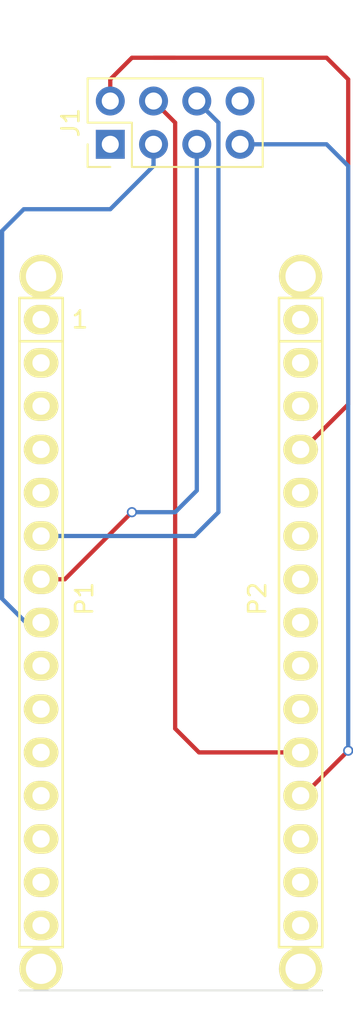
<source format=kicad_pcb>
(kicad_pcb (version 20171130) (host pcbnew 6.0.0-rc1-unknown-80b25aa~66~ubuntu16.04.1)

  (general
    (thickness 1.6)
    (drawings 17)
    (tracks 41)
    (zones 0)
    (modules 7)
    (nets 34)
  )

  (page A4)
  (title_block
    (date "jeu. 02 avril 2015")
  )

  (layers
    (0 F.Cu signal)
    (31 B.Cu signal)
    (32 B.Adhes user hide)
    (33 F.Adhes user)
    (34 B.Paste user hide)
    (35 F.Paste user)
    (36 B.SilkS user hide)
    (37 F.SilkS user)
    (38 B.Mask user hide)
    (39 F.Mask user)
    (40 Dwgs.User user)
    (41 Cmts.User user hide)
    (42 Eco1.User user hide)
    (43 Eco2.User user hide)
    (44 Edge.Cuts user)
    (45 Margin user hide)
    (46 B.CrtYd user)
    (47 F.CrtYd user)
    (48 B.Fab user)
    (49 F.Fab user)
  )

  (setup
    (last_trace_width 0.25)
    (trace_clearance 0.2)
    (zone_clearance 0.508)
    (zone_45_only no)
    (trace_min 0.2)
    (via_size 0.6)
    (via_drill 0.4)
    (via_min_size 0.4)
    (via_min_drill 0.3)
    (uvia_size 0.3)
    (uvia_drill 0.1)
    (uvias_allowed no)
    (uvia_min_size 0.2)
    (uvia_min_drill 0.1)
    (edge_width 0.1)
    (segment_width 0.15)
    (pcb_text_width 0.3)
    (pcb_text_size 1.5 1.5)
    (mod_edge_width 0.15)
    (mod_text_size 1 1)
    (mod_text_width 0.15)
    (pad_size 1.5 1.5)
    (pad_drill 0.6)
    (pad_to_mask_clearance 0)
    (aux_axis_origin 138.176 110.617)
    (visible_elements FFFFFF7F)
    (pcbplotparams
      (layerselection 0x00030_80000001)
      (usegerberextensions false)
      (usegerberattributes false)
      (usegerberadvancedattributes false)
      (creategerberjobfile false)
      (excludeedgelayer true)
      (linewidth 0.100000)
      (plotframeref false)
      (viasonmask false)
      (mode 1)
      (useauxorigin false)
      (hpglpennumber 1)
      (hpglpenspeed 20)
      (hpglpendiameter 15.000000)
      (psnegative false)
      (psa4output false)
      (plotreference true)
      (plotvalue true)
      (plotinvisibletext false)
      (padsonsilk false)
      (subtractmaskfromsilk false)
      (outputformat 1)
      (mirror false)
      (drillshape 1)
      (scaleselection 1)
      (outputdirectory ""))
  )

  (net 0 "")
  (net 1 "/1(Tx)")
  (net 2 "/0(Rx)")
  (net 3 /Reset)
  (net 4 GND)
  (net 5 /2)
  (net 6 "/3(**)")
  (net 7 /4)
  (net 8 "/5(**)")
  (net 9 "/6(**)")
  (net 10 /7)
  (net 11 /8)
  (net 12 "/9(**)")
  (net 13 "/10(**/SS)")
  (net 14 /Vin)
  (net 15 +5V)
  (net 16 /A7)
  (net 17 /A6)
  (net 18 /A5)
  (net 19 /A4)
  (net 20 /A3)
  (net 21 /A2)
  (net 22 /A1)
  (net 23 /A0)
  (net 24 /AREF)
  (net 25 "/13(SCK)")
  (net 26 "Net-(P3-Pad1)")
  (net 27 "Net-(P4-Pad1)")
  (net 28 "Net-(P5-Pad1)")
  (net 29 "Net-(P6-Pad1)")
  (net 30 +3V3)
  (net 31 "/11(**/MOSI)")
  (net 32 "/12(MISO)")
  (net 33 "Net-(J1-Pad8)")

  (net_class Default "This is the default net class."
    (clearance 0.2)
    (trace_width 0.25)
    (via_dia 0.6)
    (via_drill 0.4)
    (uvia_dia 0.3)
    (uvia_drill 0.1)
    (add_net +3V3)
    (add_net +5V)
    (add_net "/0(Rx)")
    (add_net "/1(Tx)")
    (add_net "/10(**/SS)")
    (add_net "/11(**/MOSI)")
    (add_net "/12(MISO)")
    (add_net "/13(SCK)")
    (add_net /2)
    (add_net "/3(**)")
    (add_net /4)
    (add_net "/5(**)")
    (add_net "/6(**)")
    (add_net /7)
    (add_net /8)
    (add_net "/9(**)")
    (add_net /A0)
    (add_net /A1)
    (add_net /A2)
    (add_net /A3)
    (add_net /A4)
    (add_net /A5)
    (add_net /A6)
    (add_net /A7)
    (add_net /AREF)
    (add_net /Reset)
    (add_net /Vin)
    (add_net GND)
    (add_net "Net-(J1-Pad8)")
    (add_net "Net-(P3-Pad1)")
    (add_net "Net-(P4-Pad1)")
    (add_net "Net-(P5-Pad1)")
    (add_net "Net-(P6-Pad1)")
  )

  (module Connector_PinHeader_2.54mm:PinHeader_2x04_P2.54mm_Vertical (layer F.Cu) (tedit 5BA003B1) (tstamp 5BA04BEE)
    (at 143.51 60.96 90)
    (descr "Through hole straight pin header, 2x04, 2.54mm pitch, double rows")
    (tags "Through hole pin header THT 2x04 2.54mm double row")
    (path /5BA0BFE8)
    (fp_text reference J1 (at 1.27 -2.33 90) (layer F.SilkS)
      (effects (font (size 1 1) (thickness 0.15)))
    )
    (fp_text value Conn_02x04_Odd_Even (at 7.62 5.08 180) (layer F.Fab)
      (effects (font (size 1 1) (thickness 0.15)))
    )
    (fp_text user %R (at 1.27 3.81 180) (layer F.Fab)
      (effects (font (size 1 1) (thickness 0.15)))
    )
    (fp_line (start 4.35 -1.8) (end -1.8 -1.8) (layer F.CrtYd) (width 0.05))
    (fp_line (start 4.35 9.4) (end 4.35 -1.8) (layer F.CrtYd) (width 0.05))
    (fp_line (start -1.8 9.4) (end 4.35 9.4) (layer F.CrtYd) (width 0.05))
    (fp_line (start -1.8 -1.8) (end -1.8 9.4) (layer F.CrtYd) (width 0.05))
    (fp_line (start -1.33 -1.33) (end 0 -1.33) (layer F.SilkS) (width 0.12))
    (fp_line (start -1.33 0) (end -1.33 -1.33) (layer F.SilkS) (width 0.12))
    (fp_line (start 1.27 -1.33) (end 3.87 -1.33) (layer F.SilkS) (width 0.12))
    (fp_line (start 1.27 1.27) (end 1.27 -1.33) (layer F.SilkS) (width 0.12))
    (fp_line (start -1.33 1.27) (end 1.27 1.27) (layer F.SilkS) (width 0.12))
    (fp_line (start 3.87 -1.33) (end 3.87 8.95) (layer F.SilkS) (width 0.12))
    (fp_line (start -1.33 1.27) (end -1.33 8.95) (layer F.SilkS) (width 0.12))
    (fp_line (start -1.33 8.95) (end 3.87 8.95) (layer F.SilkS) (width 0.12))
    (fp_line (start -1.27 0) (end 0 -1.27) (layer F.Fab) (width 0.1))
    (fp_line (start -1.27 8.89) (end -1.27 0) (layer F.Fab) (width 0.1))
    (fp_line (start 3.81 8.89) (end -1.27 8.89) (layer F.Fab) (width 0.1))
    (fp_line (start 3.81 -1.27) (end 3.81 8.89) (layer F.Fab) (width 0.1))
    (fp_line (start 0 -1.27) (end 3.81 -1.27) (layer F.Fab) (width 0.1))
    (pad 8 thru_hole oval (at 2.54 7.62 90) (size 1.7 1.7) (drill 1) (layers *.Cu *.Mask)
      (net 33 "Net-(J1-Pad8)"))
    (pad 7 thru_hole oval (at 0 7.62 90) (size 1.7 1.7) (drill 1) (layers *.Cu *.Mask)
      (net 23 /A0))
    (pad 6 thru_hole oval (at 2.54 5.08 90) (size 1.7 1.7) (drill 1) (layers *.Cu *.Mask)
      (net 6 "/3(**)"))
    (pad 5 thru_hole oval (at 0 5.08 90) (size 1.7 1.7) (drill 1) (layers *.Cu *.Mask)
      (net 7 /4))
    (pad 4 thru_hole oval (at 2.54 2.54 90) (size 1.7 1.7) (drill 1) (layers *.Cu *.Mask)
      (net 22 /A1))
    (pad 3 thru_hole oval (at 0 2.54 90) (size 1.7 1.7) (drill 1) (layers *.Cu *.Mask)
      (net 8 "/5(**)"))
    (pad 2 thru_hole oval (at 2.54 0 90) (size 1.7 1.7) (drill 1) (layers *.Cu *.Mask)
      (net 15 +5V))
    (pad 1 thru_hole rect (at 0 0 90) (size 1.7 1.7) (drill 1) (layers *.Cu *.Mask)
      (net 4 GND))
    (model ${KISYS3DMOD}/Connector_PinHeader_2.54mm.3dshapes/PinHeader_2x04_P2.54mm_Vertical.wrl
      (at (xyz 0 0 0))
      (scale (xyz 1 1 1))
      (rotate (xyz 0 0 0))
    )
  )

  (module Socket_Arduino_Nano:Socket_Strip_Arduino_1x15 locked (layer F.Cu) (tedit 552169C6) (tstamp 551FC9D0)
    (at 139.446 71.247 270)
    (descr "Through hole socket strip")
    (tags "socket strip")
    (path /56D73FAC)
    (fp_text reference P1 (at 16.383 -2.54 270) (layer F.SilkS)
      (effects (font (size 1 1) (thickness 0.15)))
    )
    (fp_text value Digital (at 20.193 -2.54 270) (layer F.Fab)
      (effects (font (size 1 1) (thickness 0.15)))
    )
    (fp_line (start 1.27 -1.27) (end -1.27 -1.27) (layer F.SilkS) (width 0.15))
    (fp_line (start -1.27 -1.27) (end -1.27 1.27) (layer F.SilkS) (width 0.15))
    (fp_line (start -1.27 1.27) (end 1.27 1.27) (layer F.SilkS) (width 0.15))
    (fp_line (start -1.75 -1.75) (end -1.75 1.75) (layer F.CrtYd) (width 0.05))
    (fp_line (start 37.35 -1.75) (end 37.35 1.75) (layer F.CrtYd) (width 0.05))
    (fp_line (start -1.75 -1.75) (end 37.35 -1.75) (layer F.CrtYd) (width 0.05))
    (fp_line (start -1.75 1.75) (end 37.35 1.75) (layer F.CrtYd) (width 0.05))
    (fp_line (start 1.27 -1.27) (end 36.83 -1.27) (layer F.SilkS) (width 0.15))
    (fp_line (start 36.83 -1.27) (end 36.83 1.27) (layer F.SilkS) (width 0.15))
    (fp_line (start 36.83 1.27) (end 1.27 1.27) (layer F.SilkS) (width 0.15))
    (fp_line (start 1.27 1.27) (end 1.27 -1.27) (layer F.SilkS) (width 0.15))
    (pad 1 thru_hole oval (at 0 0 270) (size 1.7272 2.032) (drill 1.016) (layers *.Cu *.Mask F.SilkS)
      (net 1 "/1(Tx)"))
    (pad 2 thru_hole oval (at 2.54 0 270) (size 1.7272 2.032) (drill 1.016) (layers *.Cu *.Mask F.SilkS)
      (net 2 "/0(Rx)"))
    (pad 3 thru_hole oval (at 5.08 0 270) (size 1.7272 2.032) (drill 1.016) (layers *.Cu *.Mask F.SilkS)
      (net 3 /Reset))
    (pad 4 thru_hole oval (at 7.62 0 270) (size 1.7272 2.032) (drill 1.016) (layers *.Cu *.Mask F.SilkS)
      (net 4 GND))
    (pad 5 thru_hole oval (at 10.16 0 270) (size 1.7272 2.032) (drill 1.016) (layers *.Cu *.Mask F.SilkS)
      (net 5 /2))
    (pad 6 thru_hole oval (at 12.7 0 270) (size 1.7272 2.032) (drill 1.016) (layers *.Cu *.Mask F.SilkS)
      (net 6 "/3(**)"))
    (pad 7 thru_hole oval (at 15.24 0 270) (size 1.7272 2.032) (drill 1.016) (layers *.Cu *.Mask F.SilkS)
      (net 7 /4))
    (pad 8 thru_hole oval (at 17.78 0 270) (size 1.7272 2.032) (drill 1.016) (layers *.Cu *.Mask F.SilkS)
      (net 8 "/5(**)"))
    (pad 9 thru_hole oval (at 20.32 0 270) (size 1.7272 2.032) (drill 1.016) (layers *.Cu *.Mask F.SilkS)
      (net 9 "/6(**)"))
    (pad 10 thru_hole oval (at 22.86 0 270) (size 1.7272 2.032) (drill 1.016) (layers *.Cu *.Mask F.SilkS)
      (net 10 /7))
    (pad 11 thru_hole oval (at 25.4 0 270) (size 1.7272 2.032) (drill 1.016) (layers *.Cu *.Mask F.SilkS)
      (net 11 /8))
    (pad 12 thru_hole oval (at 27.94 0 270) (size 1.7272 2.032) (drill 1.016) (layers *.Cu *.Mask F.SilkS)
      (net 12 "/9(**)"))
    (pad 13 thru_hole oval (at 30.48 0 270) (size 1.7272 2.032) (drill 1.016) (layers *.Cu *.Mask F.SilkS)
      (net 13 "/10(**/SS)"))
    (pad 14 thru_hole oval (at 33.02 0 270) (size 1.7272 2.032) (drill 1.016) (layers *.Cu *.Mask F.SilkS)
      (net 31 "/11(**/MOSI)"))
    (pad 15 thru_hole oval (at 35.56 0 270) (size 1.7272 2.032) (drill 1.016) (layers *.Cu *.Mask F.SilkS)
      (net 32 "/12(MISO)"))
    (model ${KIPRJMOD}/Socket_Arduino_Nano.3dshapes/Socket_header_Arduino_1x15.wrl
      (offset (xyz 17.77999973297119 0 0))
      (scale (xyz 1 1 1))
      (rotate (xyz 0 0 180))
    )
  )

  (module Socket_Arduino_Nano:Socket_Strip_Arduino_1x15 locked (layer F.Cu) (tedit 552169D3) (tstamp 551FC9EE)
    (at 154.686 71.247 270)
    (descr "Through hole socket strip")
    (tags "socket strip")
    (path /56D740C7)
    (fp_text reference P2 (at 16.383 2.54 270) (layer F.SilkS)
      (effects (font (size 1 1) (thickness 0.15)))
    )
    (fp_text value Analog (at 20.193 2.54 270) (layer F.Fab)
      (effects (font (size 1 1) (thickness 0.15)))
    )
    (fp_line (start 1.27 -1.27) (end -1.27 -1.27) (layer F.SilkS) (width 0.15))
    (fp_line (start -1.27 -1.27) (end -1.27 1.27) (layer F.SilkS) (width 0.15))
    (fp_line (start -1.27 1.27) (end 1.27 1.27) (layer F.SilkS) (width 0.15))
    (fp_line (start -1.75 -1.75) (end -1.75 1.75) (layer F.CrtYd) (width 0.05))
    (fp_line (start 37.35 -1.75) (end 37.35 1.75) (layer F.CrtYd) (width 0.05))
    (fp_line (start -1.75 -1.75) (end 37.35 -1.75) (layer F.CrtYd) (width 0.05))
    (fp_line (start -1.75 1.75) (end 37.35 1.75) (layer F.CrtYd) (width 0.05))
    (fp_line (start 1.27 -1.27) (end 36.83 -1.27) (layer F.SilkS) (width 0.15))
    (fp_line (start 36.83 -1.27) (end 36.83 1.27) (layer F.SilkS) (width 0.15))
    (fp_line (start 36.83 1.27) (end 1.27 1.27) (layer F.SilkS) (width 0.15))
    (fp_line (start 1.27 1.27) (end 1.27 -1.27) (layer F.SilkS) (width 0.15))
    (pad 1 thru_hole oval (at 0 0 270) (size 1.7272 2.032) (drill 1.016) (layers *.Cu *.Mask F.SilkS)
      (net 14 /Vin))
    (pad 2 thru_hole oval (at 2.54 0 270) (size 1.7272 2.032) (drill 1.016) (layers *.Cu *.Mask F.SilkS)
      (net 4 GND))
    (pad 3 thru_hole oval (at 5.08 0 270) (size 1.7272 2.032) (drill 1.016) (layers *.Cu *.Mask F.SilkS)
      (net 3 /Reset))
    (pad 4 thru_hole oval (at 7.62 0 270) (size 1.7272 2.032) (drill 1.016) (layers *.Cu *.Mask F.SilkS)
      (net 15 +5V))
    (pad 5 thru_hole oval (at 10.16 0 270) (size 1.7272 2.032) (drill 1.016) (layers *.Cu *.Mask F.SilkS)
      (net 16 /A7))
    (pad 6 thru_hole oval (at 12.7 0 270) (size 1.7272 2.032) (drill 1.016) (layers *.Cu *.Mask F.SilkS)
      (net 17 /A6))
    (pad 7 thru_hole oval (at 15.24 0 270) (size 1.7272 2.032) (drill 1.016) (layers *.Cu *.Mask F.SilkS)
      (net 18 /A5))
    (pad 8 thru_hole oval (at 17.78 0 270) (size 1.7272 2.032) (drill 1.016) (layers *.Cu *.Mask F.SilkS)
      (net 19 /A4))
    (pad 9 thru_hole oval (at 20.32 0 270) (size 1.7272 2.032) (drill 1.016) (layers *.Cu *.Mask F.SilkS)
      (net 20 /A3))
    (pad 10 thru_hole oval (at 22.86 0 270) (size 1.7272 2.032) (drill 1.016) (layers *.Cu *.Mask F.SilkS)
      (net 21 /A2))
    (pad 11 thru_hole oval (at 25.4 0 270) (size 1.7272 2.032) (drill 1.016) (layers *.Cu *.Mask F.SilkS)
      (net 22 /A1))
    (pad 12 thru_hole oval (at 27.94 0 270) (size 1.7272 2.032) (drill 1.016) (layers *.Cu *.Mask F.SilkS)
      (net 23 /A0))
    (pad 13 thru_hole oval (at 30.48 0 270) (size 1.7272 2.032) (drill 1.016) (layers *.Cu *.Mask F.SilkS)
      (net 24 /AREF))
    (pad 14 thru_hole oval (at 33.02 0 270) (size 1.7272 2.032) (drill 1.016) (layers *.Cu *.Mask F.SilkS)
      (net 30 +3V3))
    (pad 15 thru_hole oval (at 35.56 0 270) (size 1.7272 2.032) (drill 1.016) (layers *.Cu *.Mask F.SilkS)
      (net 25 "/13(SCK)"))
    (model ${KIPRJMOD}/Socket_Arduino_Nano.3dshapes/Socket_header_Arduino_1x15.wrl
      (offset (xyz 17.77999973297119 0 0))
      (scale (xyz 1 1 1))
      (rotate (xyz 0 0 180))
    )
  )

  (module Socket_Arduino_Nano:1pin_Nano locked (layer F.Cu) (tedit 5521156E) (tstamp 55211553)
    (at 139.446 68.707)
    (descr "module 1 pin (ou trou mecanique de percage)")
    (tags DEV)
    (path /56D73ADD)
    (fp_text reference P3 (at 0 -2.032) (layer F.SilkS) hide
      (effects (font (size 1 1) (thickness 0.15)))
    )
    (fp_text value CONN_01X01 (at 0 2.032) (layer F.Fab) hide
      (effects (font (size 1 1) (thickness 0.15)))
    )
    (pad 1 thru_hole circle (at 0 0) (size 2.54 2.54) (drill 1.778) (layers *.Cu *.Mask F.SilkS)
      (net 26 "Net-(P3-Pad1)"))
  )

  (module Socket_Arduino_Nano:1pin_Nano locked (layer F.Cu) (tedit 55211594) (tstamp 55211558)
    (at 139.446 109.347)
    (descr "module 1 pin (ou trou mecanique de percage)")
    (tags DEV)
    (path /56D73D86)
    (fp_text reference P4 (at 0 -2.032) (layer F.SilkS) hide
      (effects (font (size 1 1) (thickness 0.15)))
    )
    (fp_text value CONN_01X01 (at 0 2.032) (layer F.Fab) hide
      (effects (font (size 1 1) (thickness 0.15)))
    )
    (pad 1 thru_hole circle (at 0 0) (size 2.54 2.54) (drill 1.778) (layers *.Cu *.Mask F.SilkS)
      (net 27 "Net-(P4-Pad1)"))
  )

  (module Socket_Arduino_Nano:1pin_Nano locked (layer F.Cu) (tedit 552115A5) (tstamp 5521155D)
    (at 154.686 109.347)
    (descr "module 1 pin (ou trou mecanique de percage)")
    (tags DEV)
    (path /56D73DAE)
    (fp_text reference P5 (at 0 -2.032) (layer F.SilkS) hide
      (effects (font (size 1 1) (thickness 0.15)))
    )
    (fp_text value CONN_01X01 (at 0 2.032) (layer F.Fab) hide
      (effects (font (size 1 1) (thickness 0.15)))
    )
    (pad 1 thru_hole circle (at 0 0) (size 2.54 2.54) (drill 1.778) (layers *.Cu *.Mask F.SilkS)
      (net 28 "Net-(P5-Pad1)"))
  )

  (module Socket_Arduino_Nano:1pin_Nano locked (layer F.Cu) (tedit 552115BD) (tstamp 55211562)
    (at 154.686 68.707)
    (descr "module 1 pin (ou trou mecanique de percage)")
    (tags DEV)
    (path /56D73DD9)
    (fp_text reference P6 (at 0 -2.032) (layer F.SilkS) hide
      (effects (font (size 1 1) (thickness 0.15)))
    )
    (fp_text value CONN_01X01 (at 0 2.032) (layer F.Fab) hide
      (effects (font (size 1 1) (thickness 0.15)))
    )
    (pad 1 thru_hole circle (at 0 0) (size 2.54 2.54) (drill 1.778) (layers *.Cu *.Mask F.SilkS)
      (net 29 "Net-(P6-Pad1)"))
  )

  (gr_text 1 (at 141.732 71.247) (layer F.SilkS)
    (effects (font (size 1 1) (thickness 0.15)))
  )
  (gr_line (start 150.622 112.522) (end 150.622 110.617) (angle 90) (layer Dwgs.User) (width 0.15))
  (gr_line (start 150.622 102.997) (end 150.622 110.617) (angle 90) (layer Dwgs.User) (width 0.15))
  (gr_line (start 143.51 102.997) (end 150.622 102.997) (angle 90) (layer Dwgs.User) (width 0.15))
  (gr_line (start 143.51 110.617) (end 143.51 102.997) (angle 90) (layer Dwgs.User) (width 0.15))
  (gr_line (start 143.51 112.522) (end 150.622 112.522) (angle 90) (layer Dwgs.User) (width 0.15))
  (gr_line (start 143.51 110.617) (end 143.51 112.522) (angle 90) (layer Dwgs.User) (width 0.15))
  (gr_line (start 145.542 87.757) (end 145.542 85.217) (angle 90) (layer Dwgs.User) (width 0.15))
  (gr_line (start 149.479 87.757) (end 145.542 87.757) (angle 90) (layer Dwgs.User) (width 0.15))
  (gr_line (start 149.479 85.217) (end 149.479 87.757) (angle 90) (layer Dwgs.User) (width 0.15))
  (gr_line (start 145.542 85.217) (end 149.479 85.217) (angle 90) (layer Dwgs.User) (width 0.15))
  (gr_circle (center 147.574 86.487) (end 146.812 86.487) (layer Dwgs.User) (width 0.15))
  (gr_line (start 150.876 67.437) (end 143.256 67.437) (angle 90) (layer Dwgs.User) (width 0.15))
  (gr_line (start 150.876 72.517) (end 150.876 67.437) (angle 90) (layer Dwgs.User) (width 0.15))
  (gr_line (start 143.256 72.517) (end 150.876 72.517) (angle 90) (layer Dwgs.User) (width 0.15))
  (gr_line (start 143.256 67.437) (end 143.256 72.517) (angle 90) (layer Dwgs.User) (width 0.15))
  (gr_line (start 138.176 110.617) (end 155.956 110.617) (angle 90) (layer Edge.Cuts) (width 0.1))

  (segment (start 148.59 58.42) (end 149.86 59.69) (width 0.25) (layer B.Cu) (net 6))
  (segment (start 149.86 59.69) (end 149.86 82.55) (width 0.25) (layer B.Cu) (net 6))
  (segment (start 148.463 83.947) (end 139.446 83.947) (width 0.25) (layer B.Cu) (net 6))
  (segment (start 149.86 82.55) (end 148.463 83.947) (width 0.25) (layer B.Cu) (net 6))
  (segment (start 148.59 60.96) (end 148.59 81.28) (width 0.25) (layer B.Cu) (net 7))
  (segment (start 148.59 81.28) (end 147.32 82.55) (width 0.25) (layer B.Cu) (net 7))
  (segment (start 147.32 82.55) (end 144.78 82.55) (width 0.25) (layer B.Cu) (net 7))
  (via (at 144.78 82.55) (size 0.6) (drill 0.4) (layers F.Cu B.Cu) (net 7))
  (segment (start 140.843 86.487) (end 144.78 82.55) (width 0.25) (layer F.Cu) (net 7))
  (segment (start 139.446 86.487) (end 140.843 86.487) (width 0.25) (layer F.Cu) (net 7))
  (segment (start 137.16 87.63) (end 138.557 89.027) (width 0.25) (layer B.Cu) (net 8))
  (segment (start 137.16 66.04) (end 137.16 87.63) (width 0.25) (layer B.Cu) (net 8))
  (segment (start 138.557 89.027) (end 139.446 89.027) (width 0.25) (layer B.Cu) (net 8))
  (segment (start 146.05 60.96) (end 146.05 62.23) (width 0.25) (layer B.Cu) (net 8))
  (segment (start 138.43 64.77) (end 137.16 66.04) (width 0.25) (layer B.Cu) (net 8))
  (segment (start 146.05 62.23) (end 143.51 64.77) (width 0.25) (layer B.Cu) (net 8))
  (segment (start 143.51 64.77) (end 138.43 64.77) (width 0.25) (layer B.Cu) (net 8))
  (segment (start 154.686 78.867) (end 155.58099 78.867) (width 0.25) (layer F.Cu) (net 15))
  (segment (start 154.5336 78.867) (end 154.4066 78.74) (width 0.25) (layer F.Cu) (net 15))
  (segment (start 154.686 78.867) (end 154.5336 78.867) (width 0.25) (layer F.Cu) (net 15))
  (segment (start 154.8384 78.867) (end 154.9654 78.74) (width 0.25) (layer F.Cu) (net 15))
  (segment (start 154.686 78.867) (end 154.8384 78.867) (width 0.25) (layer F.Cu) (net 15))
  (segment (start 157.48 76.2254) (end 157.48 57.15) (width 0.25) (layer F.Cu) (net 15))
  (segment (start 154.9654 78.74) (end 157.48 76.2254) (width 0.25) (layer F.Cu) (net 15))
  (segment (start 157.48 57.15) (end 156.21 55.88) (width 0.25) (layer F.Cu) (net 15))
  (segment (start 156.21 55.88) (end 146.05 55.88) (width 0.25) (layer F.Cu) (net 15))
  (segment (start 143.51 58.42) (end 143.51 57.15) (width 0.25) (layer F.Cu) (net 15))
  (segment (start 143.51 57.15) (end 144.78 55.88) (width 0.25) (layer F.Cu) (net 15))
  (segment (start 144.78 55.88) (end 147.32 55.88) (width 0.25) (layer F.Cu) (net 15))
  (segment (start 148.717 96.647) (end 154.686 96.647) (width 0.25) (layer F.Cu) (net 22))
  (segment (start 147.32 95.25) (end 148.717 96.647) (width 0.25) (layer F.Cu) (net 22))
  (segment (start 147.32 59.69) (end 147.32 95.25) (width 0.25) (layer F.Cu) (net 22))
  (segment (start 146.05 58.42) (end 147.32 59.69) (width 0.25) (layer F.Cu) (net 22))
  (segment (start 154.8384 99.187) (end 157.48 96.5454) (width 0.25) (layer F.Cu) (net 23))
  (segment (start 154.686 99.187) (end 154.8384 99.187) (width 0.25) (layer F.Cu) (net 23))
  (segment (start 157.48 96.5454) (end 157.48 96.52) (width 0.25) (layer F.Cu) (net 23))
  (segment (start 157.48 96.5454) (end 157.48 96.5454) (width 0.25) (layer F.Cu) (net 23) (tstamp 5BA04F01))
  (via (at 157.48 96.5454) (size 0.6) (drill 0.4) (layers F.Cu B.Cu) (net 23))
  (segment (start 157.48 96.5454) (end 157.48 62.23) (width 0.25) (layer B.Cu) (net 23))
  (segment (start 156.21 60.96) (end 151.13 60.96) (width 0.25) (layer B.Cu) (net 23))
  (segment (start 157.48 62.23) (end 156.21 60.96) (width 0.25) (layer B.Cu) (net 23))

)

</source>
